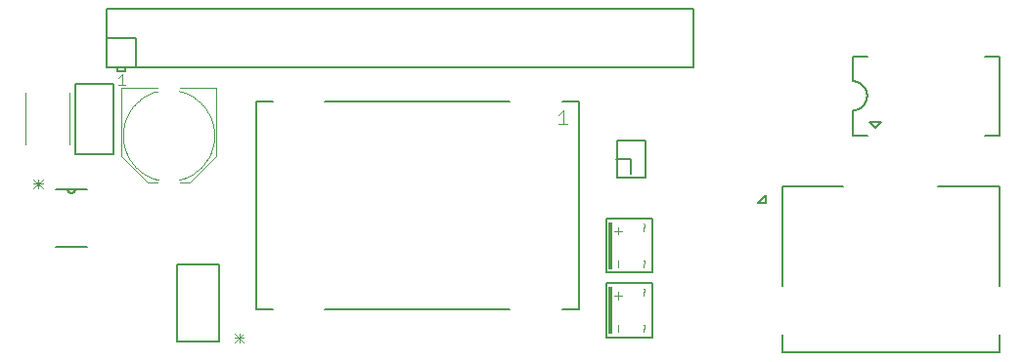
<source format=gto>
G75*
%MOIN*%
%OFA0B0*%
%FSLAX25Y25*%
%IPPOS*%
%LPD*%
%AMOC8*
5,1,8,0,0,1.08239X$1,22.5*
%
%ADD10C,0.00800*%
%ADD11C,0.00400*%
%ADD12R,0.01181X0.16142*%
%ADD13C,0.00600*%
%ADD14C,0.00300*%
%ADD15C,0.00500*%
D10*
X0248686Y0017163D02*
X0264434Y0017163D01*
X0264434Y0035667D01*
X0248686Y0035667D01*
X0248686Y0017163D01*
X0248686Y0039249D02*
X0264434Y0039249D01*
X0264434Y0057753D01*
X0248686Y0057753D01*
X0248686Y0039249D01*
X0300575Y0062911D02*
X0303246Y0065582D01*
X0303246Y0062917D01*
X0300575Y0062917D01*
X0300575Y0062911D01*
D11*
X0261579Y0054702D02*
X0261539Y0054666D01*
X0261502Y0054628D01*
X0261467Y0054586D01*
X0261436Y0054543D01*
X0261407Y0054497D01*
X0261382Y0054450D01*
X0261360Y0054401D01*
X0261342Y0054350D01*
X0261327Y0054298D01*
X0261316Y0054246D01*
X0261308Y0054193D01*
X0261304Y0054139D01*
X0261304Y0054085D01*
X0261308Y0054031D01*
X0261316Y0053978D01*
X0261327Y0053926D01*
X0261342Y0053874D01*
X0261360Y0053823D01*
X0261382Y0053774D01*
X0261407Y0053727D01*
X0261436Y0053681D01*
X0261467Y0053638D01*
X0261502Y0053596D01*
X0261539Y0053558D01*
X0261579Y0053522D01*
X0261579Y0054703D02*
X0261619Y0054739D01*
X0261656Y0054777D01*
X0261691Y0054819D01*
X0261722Y0054862D01*
X0261751Y0054908D01*
X0261776Y0054955D01*
X0261798Y0055004D01*
X0261816Y0055055D01*
X0261831Y0055107D01*
X0261842Y0055159D01*
X0261850Y0055212D01*
X0261854Y0055266D01*
X0261854Y0055320D01*
X0261850Y0055374D01*
X0261842Y0055427D01*
X0261831Y0055479D01*
X0261816Y0055531D01*
X0261798Y0055582D01*
X0261776Y0055631D01*
X0261751Y0055678D01*
X0261722Y0055724D01*
X0261691Y0055767D01*
X0261656Y0055809D01*
X0261619Y0055847D01*
X0261579Y0055883D01*
X0254060Y0053501D02*
X0251560Y0053501D01*
X0252839Y0052261D02*
X0252839Y0054761D01*
X0252741Y0043501D02*
X0252741Y0041001D01*
X0261579Y0042203D02*
X0261619Y0042239D01*
X0261656Y0042277D01*
X0261691Y0042319D01*
X0261722Y0042362D01*
X0261751Y0042408D01*
X0261776Y0042455D01*
X0261798Y0042504D01*
X0261816Y0042555D01*
X0261831Y0042607D01*
X0261842Y0042659D01*
X0261850Y0042712D01*
X0261854Y0042766D01*
X0261854Y0042820D01*
X0261850Y0042874D01*
X0261842Y0042927D01*
X0261831Y0042979D01*
X0261816Y0043031D01*
X0261798Y0043082D01*
X0261776Y0043131D01*
X0261751Y0043178D01*
X0261722Y0043224D01*
X0261691Y0043267D01*
X0261656Y0043309D01*
X0261619Y0043347D01*
X0261579Y0043383D01*
X0261579Y0042202D02*
X0261539Y0042166D01*
X0261502Y0042128D01*
X0261467Y0042086D01*
X0261436Y0042043D01*
X0261407Y0041997D01*
X0261382Y0041950D01*
X0261360Y0041901D01*
X0261342Y0041850D01*
X0261327Y0041798D01*
X0261316Y0041746D01*
X0261308Y0041693D01*
X0261304Y0041639D01*
X0261304Y0041585D01*
X0261308Y0041531D01*
X0261316Y0041478D01*
X0261327Y0041426D01*
X0261342Y0041374D01*
X0261360Y0041323D01*
X0261382Y0041274D01*
X0261407Y0041227D01*
X0261436Y0041181D01*
X0261467Y0041138D01*
X0261502Y0041096D01*
X0261539Y0041058D01*
X0261579Y0041022D01*
X0261579Y0033796D02*
X0261619Y0033760D01*
X0261656Y0033722D01*
X0261691Y0033680D01*
X0261722Y0033637D01*
X0261751Y0033591D01*
X0261776Y0033544D01*
X0261798Y0033495D01*
X0261816Y0033444D01*
X0261831Y0033392D01*
X0261842Y0033340D01*
X0261850Y0033287D01*
X0261854Y0033233D01*
X0261854Y0033179D01*
X0261850Y0033125D01*
X0261842Y0033072D01*
X0261831Y0033020D01*
X0261816Y0032968D01*
X0261798Y0032917D01*
X0261776Y0032868D01*
X0261751Y0032821D01*
X0261722Y0032775D01*
X0261691Y0032732D01*
X0261656Y0032690D01*
X0261619Y0032652D01*
X0261579Y0032616D01*
X0261579Y0032615D02*
X0261539Y0032579D01*
X0261502Y0032541D01*
X0261467Y0032499D01*
X0261436Y0032456D01*
X0261407Y0032410D01*
X0261382Y0032363D01*
X0261360Y0032314D01*
X0261342Y0032263D01*
X0261327Y0032211D01*
X0261316Y0032159D01*
X0261308Y0032106D01*
X0261304Y0032052D01*
X0261304Y0031998D01*
X0261308Y0031944D01*
X0261316Y0031891D01*
X0261327Y0031839D01*
X0261342Y0031787D01*
X0261360Y0031736D01*
X0261382Y0031687D01*
X0261407Y0031640D01*
X0261436Y0031594D01*
X0261467Y0031551D01*
X0261502Y0031509D01*
X0261539Y0031471D01*
X0261579Y0031435D01*
X0254060Y0031415D02*
X0251560Y0031415D01*
X0252839Y0030175D02*
X0252839Y0032675D01*
X0252741Y0021415D02*
X0252741Y0018915D01*
X0261579Y0020116D02*
X0261619Y0020152D01*
X0261656Y0020190D01*
X0261691Y0020232D01*
X0261722Y0020275D01*
X0261751Y0020321D01*
X0261776Y0020368D01*
X0261798Y0020417D01*
X0261816Y0020468D01*
X0261831Y0020520D01*
X0261842Y0020572D01*
X0261850Y0020625D01*
X0261854Y0020679D01*
X0261854Y0020733D01*
X0261850Y0020787D01*
X0261842Y0020840D01*
X0261831Y0020892D01*
X0261816Y0020944D01*
X0261798Y0020995D01*
X0261776Y0021044D01*
X0261751Y0021091D01*
X0261722Y0021137D01*
X0261691Y0021180D01*
X0261656Y0021222D01*
X0261619Y0021260D01*
X0261579Y0021296D01*
X0261579Y0020115D02*
X0261539Y0020079D01*
X0261502Y0020041D01*
X0261467Y0019999D01*
X0261436Y0019956D01*
X0261407Y0019910D01*
X0261382Y0019863D01*
X0261360Y0019814D01*
X0261342Y0019763D01*
X0261327Y0019711D01*
X0261316Y0019659D01*
X0261308Y0019606D01*
X0261304Y0019552D01*
X0261304Y0019498D01*
X0261308Y0019444D01*
X0261316Y0019391D01*
X0261327Y0019339D01*
X0261342Y0019287D01*
X0261360Y0019236D01*
X0261382Y0019187D01*
X0261407Y0019140D01*
X0261436Y0019094D01*
X0261467Y0019051D01*
X0261502Y0019009D01*
X0261539Y0018971D01*
X0261579Y0018935D01*
X0235560Y0089981D02*
X0232490Y0089981D01*
X0234025Y0089981D02*
X0234025Y0094585D01*
X0232490Y0093050D01*
X0115693Y0102281D02*
X0115693Y0079052D01*
X0106638Y0069997D01*
X0103489Y0069997D01*
X0095615Y0069997D02*
X0092465Y0069997D01*
X0083410Y0079052D01*
X0083410Y0102281D01*
X0095615Y0102281D01*
X0103489Y0102281D02*
X0115693Y0102281D01*
X0096009Y0101296D02*
X0095640Y0101205D01*
X0095274Y0101106D01*
X0094910Y0100997D01*
X0094549Y0100879D01*
X0094192Y0100753D01*
X0093837Y0100618D01*
X0093486Y0100474D01*
X0093138Y0100322D01*
X0092794Y0100161D01*
X0092454Y0099992D01*
X0092118Y0099815D01*
X0091787Y0099630D01*
X0091460Y0099437D01*
X0091139Y0099235D01*
X0090822Y0099026D01*
X0090510Y0098810D01*
X0090204Y0098585D01*
X0089903Y0098354D01*
X0089608Y0098115D01*
X0089319Y0097869D01*
X0089036Y0097616D01*
X0088760Y0097356D01*
X0088489Y0097090D01*
X0088226Y0096817D01*
X0087969Y0096537D01*
X0087719Y0096252D01*
X0087475Y0095960D01*
X0087240Y0095663D01*
X0087011Y0095360D01*
X0086790Y0095051D01*
X0086576Y0094738D01*
X0086371Y0094419D01*
X0086173Y0094095D01*
X0085983Y0093766D01*
X0085801Y0093433D01*
X0085627Y0093096D01*
X0085462Y0092754D01*
X0085304Y0092408D01*
X0085156Y0092059D01*
X0085016Y0091706D01*
X0084884Y0091350D01*
X0084762Y0090991D01*
X0084648Y0090629D01*
X0084543Y0090264D01*
X0084446Y0089897D01*
X0084359Y0089528D01*
X0084281Y0089156D01*
X0084212Y0088783D01*
X0084152Y0088408D01*
X0084102Y0088032D01*
X0084060Y0087655D01*
X0084028Y0087277D01*
X0084005Y0086898D01*
X0083991Y0086519D01*
X0083986Y0086139D01*
X0083991Y0085759D01*
X0084005Y0085380D01*
X0084028Y0085001D01*
X0084060Y0084623D01*
X0084102Y0084246D01*
X0084152Y0083870D01*
X0084212Y0083495D01*
X0084281Y0083122D01*
X0084359Y0082750D01*
X0084446Y0082381D01*
X0084543Y0082014D01*
X0084648Y0081649D01*
X0084762Y0081287D01*
X0084884Y0080928D01*
X0085016Y0080572D01*
X0085156Y0080219D01*
X0085304Y0079870D01*
X0085462Y0079524D01*
X0085627Y0079182D01*
X0085801Y0078845D01*
X0085983Y0078512D01*
X0086173Y0078183D01*
X0086371Y0077859D01*
X0086576Y0077540D01*
X0086790Y0077227D01*
X0087011Y0076918D01*
X0087240Y0076615D01*
X0087475Y0076318D01*
X0087719Y0076026D01*
X0087969Y0075741D01*
X0088226Y0075461D01*
X0088489Y0075188D01*
X0088760Y0074922D01*
X0089036Y0074662D01*
X0089319Y0074409D01*
X0089608Y0074163D01*
X0089903Y0073924D01*
X0090204Y0073693D01*
X0090510Y0073468D01*
X0090822Y0073252D01*
X0091139Y0073043D01*
X0091460Y0072841D01*
X0091787Y0072648D01*
X0092118Y0072463D01*
X0092454Y0072286D01*
X0092794Y0072117D01*
X0093138Y0071956D01*
X0093486Y0071804D01*
X0093837Y0071660D01*
X0094192Y0071525D01*
X0094549Y0071399D01*
X0094910Y0071281D01*
X0095274Y0071172D01*
X0095640Y0071073D01*
X0096009Y0070982D01*
X0103095Y0070982D02*
X0103464Y0071073D01*
X0103830Y0071172D01*
X0104194Y0071281D01*
X0104555Y0071399D01*
X0104912Y0071525D01*
X0105267Y0071660D01*
X0105618Y0071804D01*
X0105966Y0071956D01*
X0106310Y0072117D01*
X0106650Y0072286D01*
X0106986Y0072463D01*
X0107317Y0072648D01*
X0107644Y0072841D01*
X0107965Y0073043D01*
X0108282Y0073252D01*
X0108594Y0073468D01*
X0108900Y0073693D01*
X0109201Y0073924D01*
X0109496Y0074163D01*
X0109785Y0074409D01*
X0110068Y0074662D01*
X0110344Y0074922D01*
X0110615Y0075188D01*
X0110878Y0075461D01*
X0111135Y0075741D01*
X0111385Y0076026D01*
X0111629Y0076318D01*
X0111864Y0076615D01*
X0112093Y0076918D01*
X0112314Y0077227D01*
X0112528Y0077540D01*
X0112733Y0077859D01*
X0112931Y0078183D01*
X0113121Y0078512D01*
X0113303Y0078845D01*
X0113477Y0079182D01*
X0113642Y0079524D01*
X0113800Y0079870D01*
X0113948Y0080219D01*
X0114088Y0080572D01*
X0114220Y0080928D01*
X0114342Y0081287D01*
X0114456Y0081649D01*
X0114561Y0082014D01*
X0114658Y0082381D01*
X0114745Y0082750D01*
X0114823Y0083122D01*
X0114892Y0083495D01*
X0114952Y0083870D01*
X0115002Y0084246D01*
X0115044Y0084623D01*
X0115076Y0085001D01*
X0115099Y0085380D01*
X0115113Y0085759D01*
X0115118Y0086139D01*
X0115113Y0086519D01*
X0115099Y0086898D01*
X0115076Y0087277D01*
X0115044Y0087655D01*
X0115002Y0088032D01*
X0114952Y0088408D01*
X0114892Y0088783D01*
X0114823Y0089156D01*
X0114745Y0089528D01*
X0114658Y0089897D01*
X0114561Y0090264D01*
X0114456Y0090629D01*
X0114342Y0090991D01*
X0114220Y0091350D01*
X0114088Y0091706D01*
X0113948Y0092059D01*
X0113800Y0092408D01*
X0113642Y0092754D01*
X0113477Y0093096D01*
X0113303Y0093433D01*
X0113121Y0093766D01*
X0112931Y0094095D01*
X0112733Y0094419D01*
X0112528Y0094738D01*
X0112314Y0095051D01*
X0112093Y0095360D01*
X0111864Y0095663D01*
X0111629Y0095960D01*
X0111385Y0096252D01*
X0111135Y0096537D01*
X0110878Y0096817D01*
X0110615Y0097090D01*
X0110344Y0097356D01*
X0110068Y0097616D01*
X0109785Y0097869D01*
X0109496Y0098115D01*
X0109201Y0098354D01*
X0108900Y0098585D01*
X0108594Y0098810D01*
X0108282Y0099026D01*
X0107965Y0099235D01*
X0107644Y0099437D01*
X0107317Y0099630D01*
X0106986Y0099815D01*
X0106650Y0099992D01*
X0106310Y0100161D01*
X0105966Y0100322D01*
X0105618Y0100474D01*
X0105267Y0100618D01*
X0104912Y0100753D01*
X0104555Y0100879D01*
X0104194Y0100997D01*
X0103830Y0101106D01*
X0103464Y0101205D01*
X0103095Y0101296D01*
X0084841Y0103317D02*
X0082439Y0103317D01*
X0083640Y0103317D02*
X0083640Y0106921D01*
X0082439Y0105719D01*
X0065733Y0100588D02*
X0065733Y0082950D01*
X0050615Y0082950D02*
X0050615Y0100588D01*
D12*
X0250063Y0048501D03*
X0250063Y0026415D03*
D13*
X0071841Y0048071D02*
X0061041Y0048071D01*
X0061041Y0067671D02*
X0065241Y0067671D01*
X0067641Y0067671D01*
X0071841Y0067671D01*
X0067641Y0067671D02*
X0067639Y0067602D01*
X0067633Y0067534D01*
X0067623Y0067466D01*
X0067610Y0067399D01*
X0067592Y0067333D01*
X0067571Y0067268D01*
X0067546Y0067204D01*
X0067518Y0067142D01*
X0067486Y0067081D01*
X0067451Y0067022D01*
X0067412Y0066966D01*
X0067370Y0066911D01*
X0067325Y0066860D01*
X0067277Y0066810D01*
X0067227Y0066764D01*
X0067174Y0066721D01*
X0067118Y0066680D01*
X0067061Y0066643D01*
X0067001Y0066610D01*
X0066939Y0066579D01*
X0066876Y0066553D01*
X0066812Y0066530D01*
X0066746Y0066510D01*
X0066679Y0066495D01*
X0066612Y0066483D01*
X0066544Y0066475D01*
X0066475Y0066471D01*
X0066407Y0066471D01*
X0066338Y0066475D01*
X0066270Y0066483D01*
X0066203Y0066495D01*
X0066136Y0066510D01*
X0066070Y0066530D01*
X0066006Y0066553D01*
X0065943Y0066579D01*
X0065881Y0066610D01*
X0065821Y0066643D01*
X0065764Y0066680D01*
X0065708Y0066721D01*
X0065655Y0066764D01*
X0065605Y0066810D01*
X0065557Y0066860D01*
X0065512Y0066911D01*
X0065470Y0066966D01*
X0065431Y0067022D01*
X0065396Y0067081D01*
X0065364Y0067142D01*
X0065336Y0067204D01*
X0065311Y0067268D01*
X0065290Y0067333D01*
X0065272Y0067399D01*
X0065259Y0067466D01*
X0065249Y0067534D01*
X0065243Y0067602D01*
X0065241Y0067671D01*
X0102291Y0042016D02*
X0102291Y0015616D01*
X0116891Y0015616D01*
X0116891Y0042016D01*
X0102291Y0042016D01*
D14*
X0122105Y0018482D02*
X0125241Y0015346D01*
X0123673Y0015346D02*
X0123673Y0018482D01*
X0125241Y0018482D02*
X0122105Y0015346D01*
X0122105Y0016914D02*
X0125241Y0016914D01*
X0056727Y0068005D02*
X0053591Y0071141D01*
X0053591Y0069573D02*
X0056727Y0069573D01*
X0056727Y0071141D02*
X0053591Y0068005D01*
X0055159Y0068005D02*
X0055159Y0071141D01*
D15*
X0067894Y0079730D02*
X0080894Y0079730D01*
X0080894Y0103730D01*
X0067894Y0103730D01*
X0067894Y0079730D01*
X0078489Y0109367D02*
X0082239Y0109367D01*
X0082239Y0108117D01*
X0084739Y0108117D01*
X0084739Y0109367D01*
X0088489Y0109367D01*
X0088489Y0119367D01*
X0078489Y0119367D01*
X0078489Y0109367D01*
X0082239Y0109367D02*
X0084739Y0109367D01*
X0088489Y0109367D02*
X0278489Y0109367D01*
X0278489Y0129367D01*
X0078489Y0129367D01*
X0078489Y0119367D01*
X0129276Y0097714D02*
X0135182Y0097714D01*
X0129276Y0097714D02*
X0129276Y0026848D01*
X0135182Y0026848D01*
X0152898Y0026848D02*
X0215890Y0026848D01*
X0233607Y0026848D02*
X0239512Y0026848D01*
X0239512Y0097714D01*
X0233607Y0097714D01*
X0215890Y0097714D02*
X0152898Y0097714D01*
X0252308Y0084328D02*
X0252308Y0071730D01*
X0262150Y0071730D01*
X0262150Y0084328D01*
X0252308Y0084328D01*
X0252229Y0078029D02*
X0257229Y0078029D01*
X0257229Y0073029D01*
X0308725Y0068698D02*
X0308725Y0034840D01*
X0308725Y0018108D02*
X0308725Y0012005D01*
X0308725Y0011907D02*
X0382741Y0011907D01*
X0382741Y0012005D02*
X0382741Y0018108D01*
X0382741Y0034840D02*
X0382741Y0068698D01*
X0361874Y0068698D01*
X0377623Y0086198D02*
X0382623Y0086198D01*
X0382623Y0113167D01*
X0377623Y0113167D01*
X0337623Y0113167D02*
X0332623Y0113167D01*
X0332623Y0104682D01*
X0337623Y0099682D02*
X0337621Y0099542D01*
X0337615Y0099402D01*
X0337605Y0099262D01*
X0337592Y0099122D01*
X0337574Y0098983D01*
X0337552Y0098844D01*
X0337527Y0098707D01*
X0337498Y0098569D01*
X0337465Y0098433D01*
X0337428Y0098298D01*
X0337387Y0098164D01*
X0337342Y0098031D01*
X0337294Y0097899D01*
X0337242Y0097769D01*
X0337187Y0097640D01*
X0337128Y0097513D01*
X0337065Y0097387D01*
X0336999Y0097263D01*
X0336930Y0097142D01*
X0336857Y0097022D01*
X0336780Y0096904D01*
X0336701Y0096789D01*
X0336618Y0096675D01*
X0336532Y0096565D01*
X0336443Y0096456D01*
X0336351Y0096350D01*
X0336256Y0096247D01*
X0336159Y0096146D01*
X0336058Y0096049D01*
X0335955Y0095954D01*
X0335849Y0095862D01*
X0335740Y0095773D01*
X0335630Y0095687D01*
X0335516Y0095604D01*
X0335401Y0095525D01*
X0335283Y0095448D01*
X0335163Y0095375D01*
X0335042Y0095306D01*
X0334918Y0095240D01*
X0334792Y0095177D01*
X0334665Y0095118D01*
X0334536Y0095063D01*
X0334406Y0095011D01*
X0334274Y0094963D01*
X0334141Y0094918D01*
X0334007Y0094877D01*
X0333872Y0094840D01*
X0333736Y0094807D01*
X0333598Y0094778D01*
X0333461Y0094753D01*
X0333322Y0094731D01*
X0333183Y0094713D01*
X0333043Y0094700D01*
X0332903Y0094690D01*
X0332763Y0094684D01*
X0332623Y0094682D01*
X0332623Y0086198D01*
X0337623Y0086198D01*
X0340339Y0088836D02*
X0338371Y0090804D01*
X0342308Y0090804D01*
X0340339Y0088836D01*
X0337623Y0099682D02*
X0337621Y0099822D01*
X0337615Y0099962D01*
X0337605Y0100102D01*
X0337592Y0100242D01*
X0337574Y0100381D01*
X0337552Y0100520D01*
X0337527Y0100657D01*
X0337498Y0100795D01*
X0337465Y0100931D01*
X0337428Y0101066D01*
X0337387Y0101200D01*
X0337342Y0101333D01*
X0337294Y0101465D01*
X0337242Y0101595D01*
X0337187Y0101724D01*
X0337128Y0101851D01*
X0337065Y0101977D01*
X0336999Y0102101D01*
X0336930Y0102222D01*
X0336857Y0102342D01*
X0336780Y0102460D01*
X0336701Y0102575D01*
X0336618Y0102689D01*
X0336532Y0102799D01*
X0336443Y0102908D01*
X0336351Y0103014D01*
X0336256Y0103117D01*
X0336159Y0103218D01*
X0336058Y0103315D01*
X0335955Y0103410D01*
X0335849Y0103502D01*
X0335740Y0103591D01*
X0335630Y0103677D01*
X0335516Y0103760D01*
X0335401Y0103839D01*
X0335283Y0103916D01*
X0335163Y0103989D01*
X0335042Y0104058D01*
X0334918Y0104124D01*
X0334792Y0104187D01*
X0334665Y0104246D01*
X0334536Y0104301D01*
X0334406Y0104353D01*
X0334274Y0104401D01*
X0334141Y0104446D01*
X0334007Y0104487D01*
X0333872Y0104524D01*
X0333736Y0104557D01*
X0333598Y0104586D01*
X0333461Y0104611D01*
X0333322Y0104633D01*
X0333183Y0104651D01*
X0333043Y0104664D01*
X0332903Y0104674D01*
X0332763Y0104680D01*
X0332623Y0104682D01*
X0329591Y0068698D02*
X0308725Y0068698D01*
M02*

</source>
